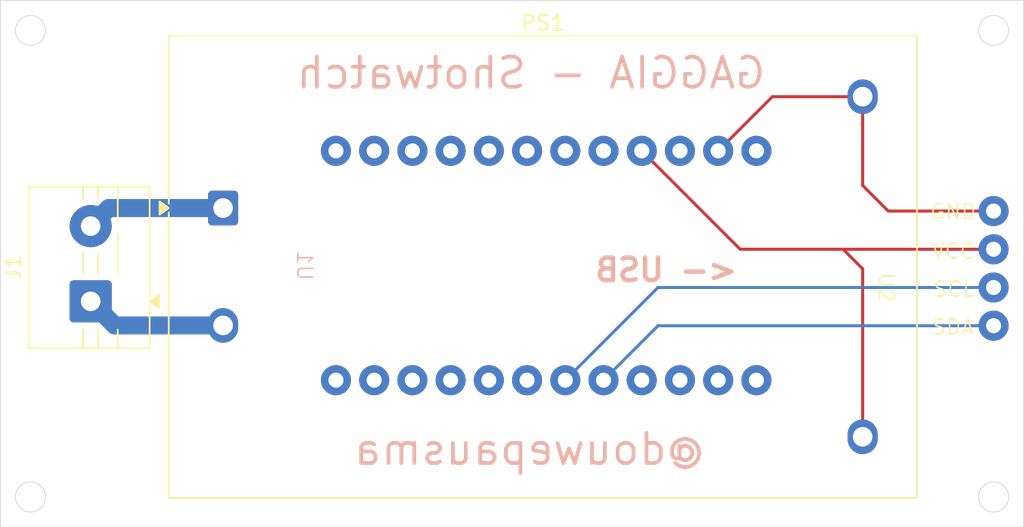
<source format=kicad_pcb>
(kicad_pcb (version 20241229) (generator "pcbnew") (generator_version "9.0")
  (layers (0 "F.Cu" signal) (2 "B.Cu" signal) (13 "F.Paste" user) (15 "B.Paste" user) (5 "F.SilkS" user "F.Silkscreen") (7 "B.SilkS" user "B.Silkscreen") (1 "F.Mask" user) (3 "B.Mask" user) (25 "Edge.Cuts" user))
  (net 0 "")
  (net 1 "Net-(J1-Pin_1)")
  (net 2 "Net-(J1-Pin_2)")
  (net 3 "Net-(PS1-+Vout)")
  (net 4 "Net-(PS1--Vout)")
  (net 6 "Net-(U1-3)")
  (net 23 "Net-(U1-2)")
  (footprint "Converter_ACDC:Converter_ACDC_Hi-Link_HLK-10Mxx" (layer "F.Cu") (at 130.8 97.8)
    (property "Reference" "PS1" (at 21.25 -12.31 0) (layer "F.SilkS"))
    (property "Value" "HLK-10M05")
    (fp_line (start -3.61 -11.46) (end 46.11 -11.46) (stroke (width 0.12)) (layer "F.SilkS"))
    (fp_line (start -3.61 -0.296) (end -3.61 -11.46) (stroke (width 0.12)) (layer "F.SilkS"))
    (fp_line (start -3.61 19.26) (end -3.61 0.296) (stroke (width 0.12)) (layer "F.SilkS"))
    (fp_line (start 46.11 -11.46) (end 46.11 19.26) (stroke (width 0.12)) (layer "F.SilkS"))
    (fp_line (start 46.11 19.26) (end -3.61 19.26) (stroke (width 0.12)) (layer "F.SilkS"))
    (fp_poly (pts (xy -3.61 0) (xy -4.22 0.44) (xy -4.22 -0.44)) (stroke (width 0.12)) (fill yes) (layer "F.SilkS"))
    (pad "1" thru_hole roundrect (at 0 0) (size 2 2.3) (drill 1.3) (layers "*.Cu" "*.Mask") (roundrect_rratio 0.125) (net 2 "Net-(J1-Pin_2)"))
    (pad "2" thru_hole oval (at 0 7.8) (size 2 2.3) (drill 1.3) (layers "*.Cu" "*.Mask") (net 1 "Net-(J1-Pin_1)"))
    (pad "3" thru_hole oval (at 42.5 -7.4) (size 2 2.3) (drill 1.3) (layers "*.Cu" "*.Mask") (net 4 "Net-(PS1--Vout)"))
    (pad "4" thru_hole oval (at 42.5 15.2) (size 2 2.3) (drill 1.3) (layers "*.Cu" "*.Mask") (net 3 "Net-(PS1-+Vout)"))
  )
  (footprint "TerminalBlock:TerminalBlock_MaiXu_MX126-5.0-02P_1x02_P5.00mm" (layer "F.Cu") (at 122 104 90)
    (property "Reference" "J1" (at 2.25 -5.12 90) (layer "F.SilkS"))
    (property "Value" "Screw_Terminal_01x02")
    (fp_line (start 7.62 -4.12) (end 7.62 3.92) (stroke (width 0.12)) (layer "F.SilkS"))
    (fp_line (start -3.12 -4.12) (end 7.62 -4.12) (stroke (width 0.12)) (layer "F.SilkS"))
    (fp_line (start 6.812 -0.5) (end 7.62 -0.5) (stroke (width 0.12)) (layer "F.SilkS"))
    (fp_line (start 1.88 -0.5) (end 3.188 -0.5) (stroke (width 0.12)) (layer "F.SilkS"))
    (fp_line (start -3.12 -0.5) (end -1.88 -0.5) (stroke (width 0.12)) (layer "F.SilkS"))
    (fp_line (start 6.812 0.5) (end 7.62 0.5) (stroke (width 0.12)) (layer "F.SilkS"))
    (fp_line (start 1.88 0.5) (end 3.188 0.5) (stroke (width 0.12)) (layer "F.SilkS"))
    (fp_line (start -3.12 0.5) (end -1.88 0.5) (stroke (width 0.12)) (layer "F.SilkS"))
    (fp_line (start 5.543 1.8) (end 7.62 1.8) (stroke (width 0.12)) (layer "F.SilkS"))
    (fp_line (start 1.88 1.8) (end 4.457 1.8) (stroke (width 0.12)) (layer "F.SilkS"))
    (fp_line (start -3.12 1.8) (end -1.88 1.8) (stroke (width 0.12)) (layer "F.SilkS"))
    (fp_line (start 7.62 3.92) (end 0.3 3.92) (stroke (width 0.12)) (layer "F.SilkS"))
    (fp_line (start -0.3 3.92) (end -3.12 3.92) (stroke (width 0.12)) (layer "F.SilkS"))
    (fp_line (start -3.12 3.92) (end -3.12 -4.12) (stroke (width 0.12)) (layer "F.SilkS"))
    (fp_poly (pts (xy 0 3.92) (xy 0.44 4.53) (xy -0.44 4.53)) (stroke (width 0.12)) (fill yes) (layer "F.SilkS"))
    (pad "1" thru_hole roundrect (at 0 0 90) (size 2.8 2.8) (drill 1.3) (layers "*.Cu" "*.Mask") (roundrect_rratio 0.089286) (net 1 "Net-(J1-Pin_1)"))
    (pad "2" thru_hole circle (at 5 0 90) (size 2.8 2.8) (drill 1.3) (layers "*.Cu" "*.Mask") (net 2 "Net-(J1-Pin_2)"))
  )
  (footprint "My_Footprints:4_Through_Hole_Pads" (layer "F.Cu") (at 174.38 103.08 -90)
    (property "Reference" "U2" (at 0 -0.5 270) (layer "F.SilkS") (effects (font (thickness 0.1))))
    (property "Value" "~")
    (fp_text user "SDA" (at 3.214244 -3.447738 0) (layer "F.SilkS") (effects (font (thickness 0.1)) (justify left bottom)))
    (fp_text user "GND" (at -4.452286 -3.343431 0) (layer "F.SilkS") (effects (font (thickness 0.1)) (justify left bottom)))
    (fp_text user "SCL" (at 0.693502 -3.53466 0) (layer "F.SilkS") (effects (font (thickness 0.1)) (justify left bottom)))
    (fp_text user "VCC" (at -1.827238 -3.447738 0) (layer "F.SilkS") (effects (font (thickness 0.1)) (justify left bottom)))
    (pad "1" thru_hole circle (at -5.08 -7.62 270) (size 2 2) (drill 1) (layers "*.Cu" "*.Mask") (net 4 "Net-(PS1--Vout)"))
    (pad "2" thru_hole circle (at -2.54 -7.62 270) (size 2 2) (drill 1) (layers "*.Cu" "*.Mask") (net 3 "Net-(PS1-+Vout)"))
    (pad "3" thru_hole circle (at 0 -7.62 270) (size 2 2) (drill 1) (layers "*.Cu" "*.Mask") (net 6 "Net-(U1-3)"))
    (pad "4" thru_hole circle (at 2.54 -7.62 270) (size 2 2) (drill 1) (layers "*.Cu" "*.Mask") (net 23 "Net-(U1-2)"))
  )
  (footprint "My_Footprints:Pro Micro" (layer "B.Cu") (at 135.76 101.62 90)
    (property "Reference" "U1" (at 0 0.46 270) (layer "B.SilkS") (effects (font (thickness 0.1)) (justify mirror)))
    (property "Value" "~")
    (pad "1" thru_hole circle (at -7.62 30.48 90) (size 2 2) (drill 1) (layers "*.Cu" "*.Mask"))
    (pad "2" thru_hole circle (at -7.62 27.94 90) (size 2 2) (drill 1) (layers "*.Cu" "*.Mask"))
    (pad "3" thru_hole circle (at -7.62 25.4 90) (size 2 2) (drill 1) (layers "*.Cu" "*.Mask"))
    (pad "4" thru_hole circle (at -7.62 22.86 90) (size 2 2) (drill 1) (layers "*.Cu" "*.Mask"))
    (pad "5" thru_hole circle (at -7.62 20.32 90) (size 2 2) (drill 1) (layers "*.Cu" "*.Mask") (net 23 "Net-(U1-2)"))
    (pad "6" thru_hole circle (at -7.62 17.78 90) (size 2 2) (drill 1) (layers "*.Cu" "*.Mask") (net 6 "Net-(U1-3)"))
    (pad "7" thru_hole circle (at -7.62 15.24 90) (size 2 2) (drill 1) (layers "*.Cu" "*.Mask"))
    (pad "8" thru_hole circle (at -7.62 12.7 90) (size 2 2) (drill 1) (layers "*.Cu" "*.Mask"))
    (pad "9" thru_hole circle (at -7.62 10.16 90) (size 2 2) (drill 1) (layers "*.Cu" "*.Mask"))
    (pad "10" thru_hole circle (at -7.62 7.62 180) (size 2 2) (drill 1) (layers "*.Cu" "*.Mask"))
    (pad "11" thru_hole circle (at -7.62 5.08 90) (size 2 2) (drill 1) (layers "*.Cu" "*.Mask"))
    (pad "12" thru_hole circle (at -7.62 2.54 90) (size 2 2) (drill 1) (layers "*.Cu" "*.Mask"))
    (pad "13" thru_hole circle (at 7.62 30.48 90) (size 2 2) (drill 1) (layers "*.Cu" "*.Mask"))
    (pad "14" thru_hole circle (at 7.62 27.94 90) (size 2 2) (drill 1) (layers "*.Cu" "*.Mask") (net 4 "Net-(PS1--Vout)"))
    (pad "15" thru_hole circle (at 7.62 25.4 270) (size 2 2) (drill 1) (layers "*.Cu" "*.Mask"))
    (pad "16" thru_hole circle (at 7.62 22.86) (size 2 2) (drill 1) (layers "*.Cu" "*.Mask") (net 3 "Net-(PS1-+Vout)"))
    (pad "17" thru_hole circle (at 7.62 20.32 90) (size 2 2) (drill 1) (layers "*.Cu" "*.Mask"))
    (pad "18" thru_hole circle (at 7.62 17.78 90) (size 2 2) (drill 1) (layers "*.Cu" "*.Mask"))
    (pad "19" thru_hole circle (at 7.62 15.24 90) (size 2 2) (drill 1) (layers "*.Cu" "*.Mask"))
    (pad "20" thru_hole circle (at 7.62 12.7 90) (size 2 2) (drill 1) (layers "*.Cu" "*.Mask"))
    (pad "21" thru_hole circle (at 7.62 10.16 90) (size 2 2) (drill 1) (layers "*.Cu" "*.Mask"))
    (pad "22" thru_hole circle (at 7.62 7.62 90) (size 2 2) (drill 1) (layers "*.Cu" "*.Mask"))
    (pad "23" thru_hole circle (at 7.62 5.08 90) (size 2 2) (drill 1) (layers "*.Cu" "*.Mask"))
    (pad "24" thru_hole circle (at 7.62 2.54 90) (size 2 2) (drill 1) (layers "*.Cu" "*.Mask"))
  )
  (gr_circle (center 118 86) (end 119 86) (stroke (width 0.05)) (fill no) (layer "Edge.Cuts"))
  (gr_circle (center 182 117) (end 182 118) (stroke (width 0.05)) (fill no) (layer "Edge.Cuts"))
  (gr_rect (start 116 84) (end 184 119) (stroke (width 0.05)) (fill no) (layer "Edge.Cuts"))
  (gr_circle (center 118 117) (end 119 117) (stroke (width 0.05)) (fill no) (layer "Edge.Cuts"))
  (gr_circle (center 182 86) (end 183 86) (stroke (width 0.05)) (fill no) (layer "Edge.Cuts"))
  (gr_text "GAGGIA - Shotwatch" (at 167 90 0) (layer "B.SilkS") (effects (font (size 2 2) (thickness 0.25)) (justify left bottom mirror)))
  (gr_text "@douwepausma" (at 163 115 0) (layer "B.SilkS") (effects (font (size 2 2) (thickness 0.25)) (justify left bottom mirror)))
  (gr_text "<- USB" (at 165.113321 102.793248 -0) (layer "B.SilkS") (effects (font (size 1.5 1.5) (thickness 0.3) (bold yes)) (justify left bottom mirror)))
  (segment (start 123.6 105.6) (end 122 104) (width 1.2) (layer "B.Cu") (net 1))
  (segment (start 130.8 105.6) (end 123.6 105.6) (width 1.2) (layer "B.Cu") (net 1))
  (segment (start 123.2 97.8) (end 122 99) (width 1.2) (layer "B.Cu") (net 2))
  (segment (start 130.8 97.8) (end 123.2 97.8) (width 1.2) (layer "B.Cu") (net 2))
  (segment (start 165.16 100.54) (end 158.62 94) (width 0.2) (layer "F.Cu") (net 3))
  (segment (start 182 100.54) (end 172 100.54) (width 0.2) (layer "F.Cu") (net 3))
  (segment (start 173.3 113) (end 173.3 101.84) (width 0.2) (layer "F.Cu") (net 3))
  (segment (start 172 100.54) (end 165.16 100.54) (width 0.2) (layer "F.Cu") (net 3))
  (segment (start 173.3 101.84) (end 172 100.54) (width 0.2) (layer "F.Cu") (net 3))
  (segment (start 173.3 96.3) (end 173.3 90.4) (width 0.2) (layer "F.Cu") (net 4))
  (segment (start 167.3 90.4) (end 163.7 94) (width 0.2) (layer "F.Cu") (net 4))
  (segment (start 175 98) (end 173.3 96.3) (width 0.2) (layer "F.Cu") (net 4))
  (segment (start 173.3 90.4) (end 167.3 90.4) (width 0.2) (layer "F.Cu") (net 4))
  (segment (start 173.3 90.4) (end 173.7 90.4) (width 0.2) (layer "F.Cu") (net 4))
  (segment (start 182 98) (end 175 98) (width 0.2) (layer "F.Cu") (net 4))
  (segment (start 182 103.08) (end 159.7 103.08) (width 0.2) (layer "B.Cu") (net 6))
  (segment (start 159.7 103.08) (end 153.54 109.24) (width 0.2) (layer "B.Cu") (net 6))
  (segment (start 182 105.62) (end 159.7 105.62) (width 0.2) (layer "B.Cu") (net 23))
  (segment (start 159.7 105.62) (end 156.08 109.24) (width 0.2) (layer "B.Cu") (net 23))
)
</source>
